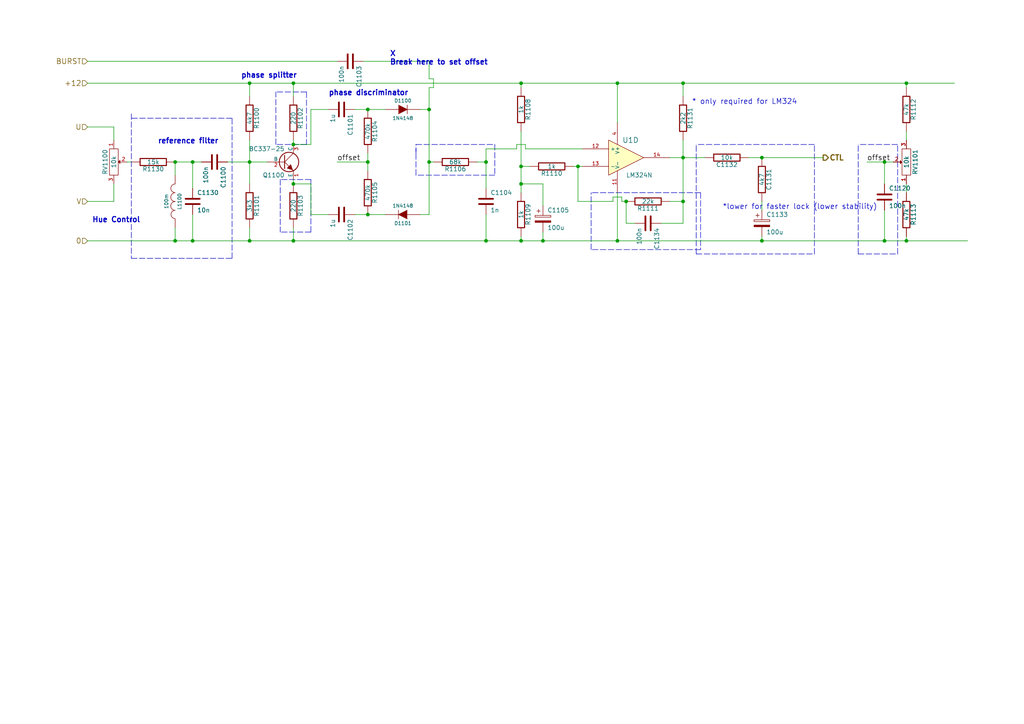
<source format=kicad_sch>
(kicad_sch (version 20211123) (generator eeschema)
  (paper "A4")
  (title_block (date "9 aug 2012"))
  (lib_symbols
    (symbol "Device:C" (pin_numbers hide) (pin_names (offset 0.254))
      (property "Reference" "C" (at 0.635 2.54 0))
      (property "Value" "C" (at 0.635 -2.54 0))
      (symbol "C_0_1"
        (polyline (pts (xy -2.032 -0.762) (xy 2.032 -0.762)) (stroke (width 0.508)))
        (polyline (pts (xy -2.032 0.762) (xy 2.032 0.762)) (stroke (width 0.508)))
      )
      (symbol "C_1_1"
        (pin passive line (at 0 3.81 270) (length 2.794) (name "~") (number "1"))
        (pin passive line (at 0 -3.81 90) (length 2.794) (name "~") (number "2"))
      )
    )
    (symbol "Device:C_Polarized" (pin_numbers hide) (pin_names (offset 0.254))
      (property "Reference" "C" (at 0.635 2.54 0))
      (property "Value" "C_Polarized" (at 0.635 -2.54 0))
      (symbol "C_Polarized_0_1"
        (rectangle (start -2.286 0.508) (end 2.286 1.016))
        (polyline (pts (xy -1.778 2.286) (xy -0.762 2.286)))
        (polyline (pts (xy -1.27 2.794) (xy -1.27 1.778)))
        (rectangle (start 2.286 -0.508) (end -2.286 -1.016) (fill (type outline)))
      )
      (symbol "C_Polarized_1_1"
        (pin passive line (at 0 3.81 270) (length 2.794) (name "~") (number "1"))
        (pin passive line (at 0 -3.81 90) (length 2.794) (name "~") (number "2"))
      )
    )
    (symbol "NBSCIII-rescue:DIODE" (pin_numbers hide) (pin_names (offset 1.016) hide)
      (property "Reference" "D" (at 0 2.54 0))
      (property "Value" "DIODE" (at 0 -2.54 0))
      (symbol "DIODE_0_1"
        (polyline (pts (xy 1.27 1.27) (xy 1.27 -1.27)) (stroke (width 0.1524)))
        (polyline (pts (xy -1.27 1.27) (xy 1.27 0) (xy -1.27 -1.27)) (fill (type outline)))
      )
      (symbol "DIODE_1_1"
        (pin passive line (at -5.08 0 0) (length 3.81) (name "A") (number "1"))
        (pin passive line (at 5.08 0 180) (length 3.81) (name "K") (number "2"))
      )
    )
    (symbol "NBSCIII-rescue:INDUCTOR" (pin_numbers hide) (pin_names (offset 1.016) hide)
      (property "Reference" "L" (at -1.27 0 90))
      (property "Value" "INDUCTOR" (at 2.54 0 90))
      (symbol "INDUCTOR_0_1"
        (arc (start 0.0254 -5.0546) (mid 1.2449 -3.8097) (end 0.0254 -2.54))
        (arc (start 0.0254 -2.5146) (mid 1.2703 -1.2444) (end 0.0254 0.0508))
        (arc (start 0.0254 0.0254) (mid 1.2703 1.2956) (end 0.0254 2.5908))
        (arc (start 0.0254 2.5654) (mid 1.1941 3.7595) (end 0.0254 4.9784))
      )
      (symbol "INDUCTOR_1_1"
        (pin passive line (at 0 7.62 270) (length 2.54) (name "1") (number "1"))
        (pin passive line (at 0 -7.62 90) (length 2.54) (name "2") (number "2"))
      )
    )
    (symbol "NBSCIII-rescue:LM324N"
      (property "Reference" "U" (at 1.27 5.08 0))
      (property "Value" "LM324N" (at 3.81 -5.08 0))
      (symbol "LM324N_0_1"
        (polyline (pts (xy -5.08 5.08) (xy 5.08 0) (xy -5.08 -5.08) (xy -5.08 5.08)) (stroke (width 0.1524)) (fill (type background)))
        (pin power_in line (at -2.54 -10.16 90) (length 6.35) (name "V-") (number "11"))
        (pin power_in line (at -2.54 10.16 270) (length 6.35) (name "V+") (number "4"))
      )
      (symbol "LM324N_1_1"
        (pin output line (at 12.7 0 180) (length 7.62) (name "~") (number "1"))
        (pin input line (at -12.7 -2.54 0) (length 7.62) (name "-") (number "2"))
        (pin input line (at -12.7 2.54 0) (length 7.62) (name "+") (number "3"))
      )
      (symbol "LM324N_2_1"
        (pin input line (at -12.7 2.54 0) (length 7.62) (name "+") (number "5"))
        (pin input line (at -12.7 -2.54 0) (length 7.62) (name "-") (number "6"))
        (pin output line (at 12.7 0 180) (length 7.62) (name "~") (number "7"))
      )
      (symbol "LM324N_3_1"
        (pin input line (at -12.7 2.54 0) (length 7.62) (name "+") (number "10"))
        (pin output line (at 12.7 0 180) (length 7.62) (name "~") (number "8"))
        (pin input line (at -12.7 -2.54 0) (length 7.62) (name "-") (number "9"))
      )
      (symbol "LM324N_4_1"
        (pin input line (at -12.7 2.54 0) (length 7.62) (name "+") (number "12"))
        (pin input line (at -12.7 -2.54 0) (length 7.62) (name "-") (number "13"))
        (pin output line (at 12.7 0 180) (length 7.62) (name "~") (number "14"))
      )
    )
    (symbol "NBSCIII-rescue:NPN" (pin_names (offset 0))
      (property "Reference" "Q" (at 0 -3.81 0))
      (property "Value" "NPN" (at 0 3.81 0))
      (symbol "NPN_0_1"
        (polyline (pts (xy 0 0) (xy 2.54 2.54)))
        (polyline (pts (xy 0 1.905) (xy 0 -1.905) (xy 0 -1.905)) (stroke (width 0.254)))
        (polyline (pts (xy 1.27 -1.27) (xy 0 0) (xy 0 0)))
        (polyline (pts (xy 2.286 -2.286) (xy 2.54 -2.54) (xy 2.54 -2.54)))
        (polyline (pts (xy 2.286 -2.286) (xy 1.778 -0.762) (xy 0.762 -1.778) (xy 2.286 -2.286) (xy 2.286 -2.286)) (fill (type outline)))
        (circle (center 1.27 0) (radius 2.8194) (stroke (width 0.254)))
      )
      (symbol "NPN_1_1"
        (pin passive line (at 2.54 -5.08 90) (length 2.54) (name "E") (number "1"))
        (pin input line (at -5.08 0 0) (length 5.08) (name "B") (number "2"))
        (pin passive line (at 2.54 5.08 270) (length 2.54) (name "C") (number "3"))
      )
    )
    (symbol "NBSCIII-rescue:POT" (pin_names (offset 1.016) hide)
      (property "Reference" "RV" (at 0 -2.54 0))
      (property "Value" "POT" (at 0 0 0))
      (symbol "POT_0_1"
        (rectangle (start -3.81 1.27) (end 3.81 -1.27))
        (polyline (pts (xy 0 1.27) (xy -0.508 1.778) (xy 0.508 1.778)) (fill (type outline)))
      )
      (symbol "POT_1_1"
        (pin passive line (at -6.35 0 0) (length 2.54) (name "1") (number "1"))
        (pin passive line (at 0 3.81 270) (length 2.032) (name "2") (number "2"))
        (pin passive line (at 6.35 0 180) (length 2.54) (name "3") (number "3"))
      )
    )
    (symbol "NBSCIII-rescue:R" (pin_numbers hide) (pin_names (offset 0))
      (property "Reference" "R" (at 2.032 0 90))
      (property "Value" "R" (at 0 0 90))
      (symbol "R_0_1"
        (rectangle (start -1.016 3.81) (end 1.016 -3.81) (stroke (width 0.3048)))
      )
      (symbol "R_1_1"
        (pin passive line (at 0 6.35 270) (length 2.54) (name "~") (number "1"))
        (pin passive line (at 0 -6.35 90) (length 2.54) (name "~") (number "2"))
      )
    )
  )
  (junction (at 220.98 45.72))
  (junction (at 262.89 69.85))
  (junction (at 55.88 46.99))
  (junction (at 124.46 31.75))
  (junction (at 72.39 69.85))
  (junction (at 262.89 24.13))
  (junction (at 85.09 53.34))
  (junction (at 151.13 48.26))
  (junction (at 50.8 69.85))
  (junction (at 179.07 24.13))
  (junction (at 106.68 46.99))
  (junction (at 181.61 58.42))
  (junction (at 85.09 69.85))
  (junction (at 106.68 62.23))
  (junction (at 256.54 46.99))
  (junction (at 85.09 24.13))
  (junction (at 151.13 69.85))
  (junction (at 72.39 24.13))
  (junction (at 157.48 69.85))
  (junction (at 72.39 46.99))
  (junction (at 140.97 46.99))
  (junction (at 151.13 53.34))
  (junction (at 151.13 24.13))
  (junction (at 85.09 41.91))
  (junction (at 167.64 48.26))
  (junction (at 198.12 45.72))
  (junction (at 140.97 69.85))
  (junction (at 55.88 69.85))
  (junction (at 198.12 24.13))
  (junction (at 50.8 46.99))
  (junction (at 198.12 58.42))
  (junction (at 124.46 46.99))
  (junction (at 256.54 69.85))
  (junction (at 106.68 31.75))
  (junction (at 220.98 69.85))
  (junction (at 179.07 69.85))
  (wire (pts (xy 220.98 69.85) (xy 256.54 69.85)))
  (wire (pts (xy 151.13 48.26) (xy 151.13 53.34)))
  (polyline (pts (xy 80.01 41.91) (xy 80.01 26.67)))
  (wire (pts (xy 124.46 31.75) (xy 124.46 25.4)))
  (polyline (pts (xy 201.93 73.66) (xy 201.93 41.91)))
  (wire (pts (xy 124.46 46.99) (xy 124.46 31.75)))
  (wire (pts (xy 259.08 46.99) (xy 256.54 46.99)))
  (wire (pts (xy 198.12 27.94) (xy 198.12 24.13)))
  (wire (pts (xy 111.76 31.75) (xy 106.68 31.75)))
  (wire (pts (xy 198.12 24.13) (xy 262.89 24.13)))
  (wire (pts (xy 220.98 45.72) (xy 217.17 45.72)))
  (wire (pts (xy 262.89 69.85) (xy 280.67 69.85)))
  (wire (pts (xy 97.79 46.99) (xy 106.68 46.99)))
  (polyline (pts (xy 67.31 34.29) (xy 38.1 34.29)))
  (polyline (pts (xy 38.1 33.02) (xy 38.1 74.93)))
  (polyline (pts (xy 260.35 41.91) (xy 248.92 41.91)))
  (polyline (pts (xy 67.31 74.93) (xy 67.31 34.29)))
  (wire (pts (xy 85.09 66.04) (xy 85.09 69.85)))
  (wire (pts (xy 90.17 31.75) (xy 95.25 31.75)))
  (polyline (pts (xy 171.45 72.39) (xy 171.45 55.88)))
  (wire (pts (xy 238.76 45.72) (xy 220.98 45.72)))
  (wire (pts (xy 90.17 31.75) (xy 90.17 41.91)))
  (wire (pts (xy 151.13 68.58) (xy 151.13 69.85)))
  (wire (pts (xy 157.48 53.34) (xy 157.48 59.69)))
  (wire (pts (xy 55.88 62.23) (xy 55.88 69.85)))
  (wire (pts (xy 25.4 17.78) (xy 97.79 17.78)))
  (wire (pts (xy 149.86 41.91) (xy 152.4 41.91)))
  (polyline (pts (xy 143.51 50.8) (xy 120.65 50.8)))
  (wire (pts (xy 102.87 31.75) (xy 106.68 31.75)))
  (wire (pts (xy 198.12 45.72) (xy 198.12 40.64)))
  (wire (pts (xy 151.13 48.26) (xy 153.67 48.26)))
  (polyline (pts (xy 248.92 73.66) (xy 248.92 41.91)))
  (polyline (pts (xy 203.2 55.88) (xy 203.2 72.39)))
  (wire (pts (xy 124.46 62.23) (xy 124.46 46.99)))
  (polyline (pts (xy 248.92 73.66) (xy 260.35 73.66)))
  (wire (pts (xy 262.89 68.58) (xy 262.89 69.85)))
  (polyline (pts (xy 143.51 41.91) (xy 143.51 50.8)))
  (polyline (pts (xy 236.22 41.91) (xy 201.93 41.91)))
  (wire (pts (xy 102.87 62.23) (xy 106.68 62.23)))
  (wire (pts (xy 85.09 69.85) (xy 140.97 69.85)))
  (wire (pts (xy 72.39 46.99) (xy 72.39 53.34)))
  (wire (pts (xy 167.64 48.26) (xy 168.91 48.26)))
  (wire (pts (xy 124.46 25.4) (xy 125.73 25.4)))
  (wire (pts (xy 157.48 53.34) (xy 151.13 53.34)))
  (wire (pts (xy 177.8 57.15) (xy 177.8 58.42)))
  (polyline (pts (xy 90.17 52.07) (xy 81.28 52.07)))
  (wire (pts (xy 198.12 58.42) (xy 198.12 45.72)))
  (wire (pts (xy 72.39 40.64) (xy 72.39 46.99)))
  (wire (pts (xy 55.88 69.85) (xy 72.39 69.85)))
  (wire (pts (xy 25.4 24.13) (xy 72.39 24.13)))
  (wire (pts (xy 140.97 43.18) (xy 149.86 43.18)))
  (wire (pts (xy 124.46 31.75) (xy 121.92 31.75)))
  (wire (pts (xy 167.64 58.42) (xy 167.64 48.26)))
  (wire (pts (xy 179.07 55.88) (xy 179.07 69.85)))
  (wire (pts (xy 72.39 69.85) (xy 72.39 66.04)))
  (wire (pts (xy 36.83 46.99) (xy 38.1 46.99)))
  (wire (pts (xy 105.41 17.78) (xy 124.46 17.78)))
  (wire (pts (xy 140.97 46.99) (xy 138.43 46.99)))
  (wire (pts (xy 121.92 62.23) (xy 124.46 62.23)))
  (wire (pts (xy 256.54 46.99) (xy 256.54 53.34)))
  (wire (pts (xy 85.09 24.13) (xy 151.13 24.13)))
  (polyline (pts (xy 38.1 74.93) (xy 67.31 74.93)))
  (polyline (pts (xy 90.17 67.31) (xy 90.17 52.07)))
  (wire (pts (xy 157.48 69.85) (xy 179.07 69.85)))
  (wire (pts (xy 180.34 57.15) (xy 177.8 57.15)))
  (wire (pts (xy 177.8 58.42) (xy 167.64 58.42)))
  (wire (pts (xy 85.09 53.34) (xy 90.17 53.34)))
  (wire (pts (xy 50.8 69.85) (xy 55.88 69.85)))
  (wire (pts (xy 180.34 58.42) (xy 180.34 57.15)))
  (polyline (pts (xy 88.9 41.91) (xy 80.01 41.91)))
  (polyline (pts (xy 203.2 72.39) (xy 171.45 72.39)))
  (wire (pts (xy 72.39 69.85) (xy 85.09 69.85)))
  (wire (pts (xy 149.86 43.18) (xy 149.86 41.91)))
  (polyline (pts (xy 88.9 26.67) (xy 80.01 26.67)))
  (wire (pts (xy 262.89 38.1) (xy 262.89 40.64)))
  (wire (pts (xy 85.09 27.94) (xy 85.09 24.13)))
  (wire (pts (xy 179.07 35.56) (xy 179.07 24.13)))
  (polyline (pts (xy 203.2 55.88) (xy 171.45 55.88)))
  (wire (pts (xy 90.17 53.34) (xy 90.17 62.23)))
  (polyline (pts (xy 120.65 44.45) (xy 120.65 41.91)))
  (wire (pts (xy 181.61 64.77) (xy 184.15 64.77)))
  (wire (pts (xy 166.37 48.26) (xy 167.64 48.26)))
  (wire (pts (xy 72.39 24.13) (xy 85.09 24.13)))
  (polyline (pts (xy 90.17 67.31) (xy 81.28 67.31)))
  (wire (pts (xy 198.12 45.72) (xy 194.31 45.72)))
  (wire (pts (xy 106.68 46.99) (xy 106.68 44.45)))
  (wire (pts (xy 124.46 46.99) (xy 125.73 46.99)))
  (wire (pts (xy 125.73 25.4) (xy 125.73 22.86)))
  (wire (pts (xy 198.12 64.77) (xy 198.12 58.42)))
  (wire (pts (xy 33.02 53.34) (xy 33.02 58.42)))
  (wire (pts (xy 179.07 69.85) (xy 220.98 69.85)))
  (wire (pts (xy 85.09 52.07) (xy 85.09 53.34)))
  (wire (pts (xy 152.4 43.18) (xy 168.91 43.18)))
  (wire (pts (xy 77.47 46.99) (xy 72.39 46.99)))
  (polyline (pts (xy 81.28 52.07) (xy 81.28 67.31)))
  (wire (pts (xy 181.61 58.42) (xy 180.34 58.42)))
  (wire (pts (xy 140.97 46.99) (xy 140.97 54.61)))
  (wire (pts (xy 256.54 60.96) (xy 256.54 69.85)))
  (polyline (pts (xy 120.65 50.8) (xy 120.65 43.18)))
  (wire (pts (xy 157.48 67.31) (xy 157.48 69.85)))
  (wire (pts (xy 256.54 46.99) (xy 251.46 46.99)))
  (polyline (pts (xy 88.9 26.67) (xy 88.9 41.91)))
  (polyline (pts (xy 120.65 41.91) (xy 143.51 41.91)))
  (wire (pts (xy 262.89 24.13) (xy 276.86 24.13)))
  (wire (pts (xy 72.39 27.94) (xy 72.39 24.13)))
  (wire (pts (xy 140.97 69.85) (xy 151.13 69.85)))
  (wire (pts (xy 124.46 22.86) (xy 124.46 17.78)))
  (wire (pts (xy 111.76 62.23) (xy 106.68 62.23)))
  (wire (pts (xy 179.07 24.13) (xy 198.12 24.13)))
  (wire (pts (xy 33.02 36.83) (xy 33.02 40.64)))
  (wire (pts (xy 140.97 46.99) (xy 140.97 43.18)))
  (wire (pts (xy 33.02 58.42) (xy 25.4 58.42)))
  (wire (pts (xy 151.13 38.1) (xy 151.13 48.26)))
  (wire (pts (xy 25.4 36.83) (xy 33.02 36.83)))
  (wire (pts (xy 151.13 24.13) (xy 179.07 24.13)))
  (polyline (pts (xy 201.93 73.66) (xy 236.22 73.66)))
  (wire (pts (xy 151.13 24.13) (xy 151.13 25.4)))
  (wire (pts (xy 151.13 53.34) (xy 151.13 55.88)))
  (wire (pts (xy 262.89 53.34) (xy 262.89 55.88)))
  (wire (pts (xy 50.8 66.04) (xy 50.8 69.85)))
  (wire (pts (xy 204.47 45.72) (xy 198.12 45.72)))
  (wire (pts (xy 256.54 69.85) (xy 262.89 69.85)))
  (wire (pts (xy 90.17 41.91) (xy 85.09 41.91)))
  (wire (pts (xy 106.68 49.53) (xy 106.68 46.99)))
  (polyline (pts (xy 236.22 73.66) (xy 236.22 41.91)))
  (wire (pts (xy 152.4 41.91) (xy 152.4 43.18)))
  (polyline (pts (xy 260.35 73.66) (xy 260.35 41.91)))
  (wire (pts (xy 90.17 62.23) (xy 95.25 62.23)))
  (wire (pts (xy 220.98 58.42) (xy 220.98 60.96)))
  (wire (pts (xy 85.09 41.91) (xy 85.09 40.64)))
  (wire (pts (xy 220.98 68.58) (xy 220.98 69.85)))
  (wire (pts (xy 50.8 46.99) (xy 55.88 46.99)))
  (wire (pts (xy 125.73 22.86) (xy 124.46 22.86)))
  (wire (pts (xy 50.8 50.8) (xy 50.8 46.99)))
  (wire (pts (xy 191.77 64.77) (xy 198.12 64.77)))
  (wire (pts (xy 55.88 46.99) (xy 58.42 46.99)))
  (wire (pts (xy 25.4 69.85) (xy 50.8 69.85)))
  (wire (pts (xy 198.12 58.42) (xy 194.31 58.42)))
  (wire (pts (xy 55.88 46.99) (xy 55.88 54.61)))
  (wire (pts (xy 262.89 24.13) (xy 262.89 25.4)))
  (wire (pts (xy 181.61 64.77) (xy 181.61 58.42)))
  (wire (pts (xy 140.97 62.23) (xy 140.97 69.85)))
  (wire (pts (xy 66.04 46.99) (xy 72.39 46.99)))
  (wire (pts (xy 151.13 69.85) (xy 157.48 69.85)))
  (text "*lower for faster lock (lower stability)" (at 209.55 60.96 0) (effects (font (size 1.524 1.524)) (justify left bottom)))
  (text "* only required for LM324\n" (at 200.66 30.48 0) (effects (font (size 1.524 1.524)) (justify left bottom)))
  (text "phase discriminator\n" (at 95.25 27.94 0) (effects (font (size 1.524 1.524) (thickness 0.3048) bold) (justify left bottom)))
  (text "reference filter" (at 45.72 41.91 0) (effects (font (size 1.524 1.524) (thickness 0.3048) bold) (justify left bottom)))
  (text "X\nBreak here to set offset" (at 113.03 19.05 0) (effects (font (size 1.524 1.524) (thickness 0.3048) bold) (justify left bottom)))
  (text "Hue Control\n" (at 26.67 64.77 0) (effects (font (size 1.524 1.524) (thickness 0.3048) bold) (justify left bottom)))
  (text "phase splitter\n" (at 69.85 22.86 0) (effects (font (size 1.524 1.524) (thickness 0.3048) bold) (justify left bottom)))
  (label "offset" (at 97.79 46.99 0) (effects (font (size 1.524 1.524))))
  (label "offset" (at 251.46 46.99 0) (effects (font (size 1.524 1.524))))
  (hierarchical_label "V" (shape input) (at 25.4 58.42 180) (effects (font (size 1.524 1.524))))
  (hierarchical_label "0" (shape input) (at 25.4 69.85 180) (effects (font (size 1.524 1.524))))
  (hierarchical_label "+12" (shape input) (at 25.4 24.13 180) (effects (font (size 1.524 1.524))))
  (hierarchical_label "BURST" (shape input) (at 25.4 17.78 180) (effects (font (size 1.524 1.524))))
  (hierarchical_label "CTL" (shape output) (at 238.76 45.72 0) (effects (font (size 1.524 1.524) (thickness 0.3048) bold)))
  (hierarchical_label "U" (shape input) (at 25.4 36.83 180) (effects (font (size 1.524 1.524))))
  (symbol (lib_id "NBSCIII-rescue:POT") (at 33.02 46.99 270) (unit 1)
    (property "Reference" "RV1100" (at 30.48 46.99 0))
    (property "Value" "10k" (at 33.02 46.99 0))
  )
  (symbol (lib_id "NBSCIII-rescue:INDUCTOR") (at 50.8 58.42 180) (unit 1)
    (property "Reference" "L1100" (at 52.07 58.42 90) (effects (font (size 1.016 1.016))))
    (property "Value" "100m" (at 48.26 58.42 90) (effects (font (size 1.016 1.016))))
  )
  (symbol (lib_id "Device:C") (at 62.23 46.99 270) (unit 1)
    (property "Reference" "C1100" (at 64.77 48.26 0) (effects (justify left)))
    (property "Value" "100n" (at 59.69 48.26 0) (effects (justify left)))
  )
  (symbol (lib_id "NBSCIII-rescue:R") (at 72.39 34.29 0) (unit 1)
    (property "Reference" "R1100" (at 74.422 34.29 90))
    (property "Value" "4k7" (at 72.39 34.29 90))
  )
  (symbol (lib_id "NBSCIII-rescue:R") (at 72.39 59.69 0) (unit 1)
    (property "Reference" "R1101" (at 74.422 59.69 90))
    (property "Value" "3k3" (at 72.39 59.69 90))
  )
  (symbol (lib_id "NBSCIII-rescue:NPN") (at 82.55 46.99 0) (unit 1)
    (property "Reference" "Q1100" (at 82.55 50.8 0) (effects (justify right)))
    (property "Value" "BC337-25" (at 82.55 43.18 0) (effects (justify right)))
  )
  (symbol (lib_id "NBSCIII-rescue:R") (at 85.09 34.29 0) (unit 1)
    (property "Reference" "R1102" (at 87.122 34.29 90))
    (property "Value" "220" (at 85.09 34.29 90))
  )
  (symbol (lib_id "NBSCIII-rescue:R") (at 85.09 59.69 0) (unit 1)
    (property "Reference" "R1103" (at 87.122 59.69 90))
    (property "Value" "220" (at 85.09 59.69 90))
  )
  (symbol (lib_id "Device:C") (at 99.06 31.75 270) (unit 1)
    (property "Reference" "C1101" (at 101.6 33.02 0) (effects (justify left)))
    (property "Value" "1u" (at 96.52 33.02 0) (effects (justify left)))
  )
  (symbol (lib_id "Device:C") (at 99.06 62.23 270) (unit 1)
    (property "Reference" "C1102" (at 101.6 63.5 0) (effects (justify left)))
    (property "Value" "1u" (at 96.52 63.5 0) (effects (justify left)))
  )
  (symbol (lib_id "NBSCIII-rescue:R") (at 106.68 38.1 0) (unit 1)
    (property "Reference" "R1104" (at 108.712 38.1 90))
    (property "Value" "470k" (at 106.68 38.1 90))
  )
  (symbol (lib_id "NBSCIII-rescue:R") (at 106.68 55.88 0) (unit 1)
    (property "Reference" "R1105" (at 108.712 55.88 90))
    (property "Value" "470k" (at 106.68 55.88 90))
  )
  (symbol (lib_id "NBSCIII-rescue:POT") (at 262.89 46.99 90) (unit 1)
    (property "Reference" "RV1101" (at 265.43 46.99 0))
    (property "Value" "10k" (at 262.89 46.99 0))
  )
  (symbol (lib_id "NBSCIII-rescue:R") (at 262.89 31.75 0) (unit 1)
    (property "Reference" "R1112" (at 264.922 31.75 90))
    (property "Value" "47k" (at 262.89 31.75 90))
  )
  (symbol (lib_id "NBSCIII-rescue:R") (at 262.89 62.23 0) (unit 1)
    (property "Reference" "R1113" (at 264.922 62.23 90))
    (property "Value" "47k" (at 262.89 62.23 90))
  )
  (symbol (lib_id "NBSCIII-rescue:DIODE") (at 116.84 31.75 0) (unit 1)
    (property "Reference" "D1100" (at 116.84 29.21 0) (effects (font (size 1.016 1.016))))
    (property "Value" "1N4148" (at 116.84 34.29 0) (effects (font (size 1.016 1.016))))
  )
  (symbol (lib_id "NBSCIII-rescue:DIODE") (at 116.84 62.23 180) (unit 1)
    (property "Reference" "D1101" (at 116.84 64.77 0) (effects (font (size 1.016 1.016))))
    (property "Value" "1N4148" (at 116.84 59.69 0) (effects (font (size 1.016 1.016))))
  )
  (symbol (lib_id "Device:C") (at 101.6 17.78 270) (unit 1)
    (property "Reference" "C1103" (at 104.14 19.05 0) (effects (justify left)))
    (property "Value" "100n" (at 99.06 19.05 0) (effects (justify left)))
  )
  (symbol (lib_id "NBSCIII-rescue:R") (at 132.08 46.99 270) (unit 1)
    (property "Reference" "R1106" (at 132.08 49.022 90))
    (property "Value" "68k" (at 132.08 46.99 90))
  )
  (symbol (lib_id "Device:C") (at 140.97 58.42 0) (unit 1)
    (property "Reference" "C1104" (at 142.24 55.88 0) (effects (justify left)))
    (property "Value" "1n" (at 142.24 60.96 0) (effects (justify left)))
  )
  (symbol (lib_id "NBSCIII-rescue:LM324N") (at 181.61 45.72 0) (unit 4)
    (property "Reference" "U1" (at 182.88 40.64 0) (effects (font (size 1.524 1.524))))
    (property "Value" "LM324N" (at 185.42 50.8 0))
  )
  (symbol (lib_id "NBSCIII-rescue:R") (at 151.13 62.23 0) (unit 1)
    (property "Reference" "R1109" (at 153.162 62.23 90))
    (property "Value" "1k" (at 151.13 62.23 90))
  )
  (symbol (lib_id "NBSCIII-rescue:R") (at 151.13 31.75 0) (unit 1)
    (property "Reference" "R1108" (at 153.162 31.75 90))
    (property "Value" "1k" (at 151.13 31.75 90))
  )
  (symbol (lib_id "NBSCIII-rescue:R") (at 160.02 48.26 270) (unit 1)
    (property "Reference" "R1110" (at 160.02 50.292 90))
    (property "Value" "1k" (at 160.02 48.26 90))
  )
  (symbol (lib_id "NBSCIII-rescue:R") (at 187.96 58.42 270) (unit 1)
    (property "Reference" "R1111" (at 187.96 60.452 90))
    (property "Value" "22k" (at 187.96 58.42 90))
  )
  (symbol (lib_id "Device:C_Polarized") (at 157.48 63.5 0) (unit 1)
    (property "Reference" "C1105" (at 158.75 60.96 0) (effects (justify left)))
    (property "Value" "100u" (at 158.75 66.04 0) (effects (justify left)))
  )
  (symbol (lib_id "Device:C") (at 55.88 58.42 0) (unit 1)
    (property "Reference" "C1130" (at 57.15 55.88 0) (effects (justify left)))
    (property "Value" "10n" (at 57.15 60.96 0) (effects (justify left)))
  )
  (symbol (lib_id "NBSCIII-rescue:R") (at 44.45 46.99 270) (unit 1)
    (property "Reference" "R1130" (at 44.45 49.022 90))
    (property "Value" "15k" (at 44.45 46.99 90))
  )
  (symbol (lib_id "NBSCIII-rescue:R") (at 198.12 34.29 0) (unit 1)
    (property "Reference" "R1131" (at 200.152 34.29 90))
    (property "Value" "2k2" (at 198.12 34.29 90))
  )
  (symbol (lib_id "Device:C") (at 187.96 64.77 270) (unit 1)
    (property "Reference" "C1134" (at 190.5 66.04 0) (effects (justify left)))
    (property "Value" "100n" (at 185.42 66.04 0) (effects (justify left)))
  )
  (symbol (lib_id "NBSCIII-rescue:R") (at 210.82 45.72 270) (unit 1)
    (property "Reference" "C1132" (at 210.82 47.752 90))
    (property "Value" "10k" (at 210.82 45.72 90))
  )
  (symbol (lib_id "NBSCIII-rescue:R") (at 220.98 52.07 0) (unit 1)
    (property "Reference" "C1131" (at 223.012 52.07 90))
    (property "Value" "4k7" (at 220.98 52.07 90))
  )
  (symbol (lib_id "Device:C_Polarized") (at 220.98 64.77 0) (unit 1)
    (property "Reference" "C1133" (at 222.25 62.23 0) (effects (justify left)))
    (property "Value" "100u" (at 222.25 67.31 0) (effects (justify left)))
  )
  (symbol (lib_id "Device:C") (at 256.54 57.15 0) (unit 1)
    (property "Reference" "C1120" (at 257.81 54.61 0) (effects (justify left)))
    (property "Value" "100n" (at 257.81 59.69 0) (effects (justify left)))
  )
)
</source>
